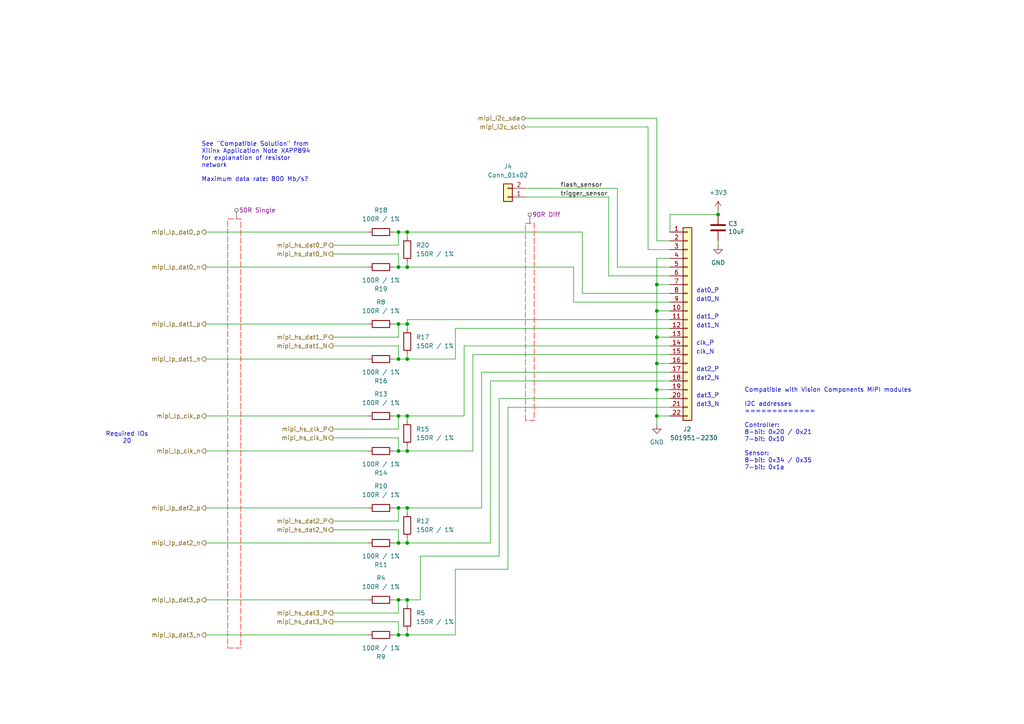
<source format=kicad_sch>
(kicad_sch (version 20250114) (generator "eeschema") (generator_version "9.0")
  (paper "A4")
  (title_block (title "MIPI Interface") (date "2025") (rev "1") (company "Konstantin Schauwecker"))
  (lib_symbols
    (symbol "Connector_Generic:Conn_01x02" (pin_names (offset 1.016) (hide yes))
      (property "Reference" "J" (at 0 2.54 0))
      (property "Value" "Conn_01x02" (at 0 -5.08 0))
      (symbol "Conn_01x02_1_1"
        (rectangle (start -1.27 1.27) (end 1.27 -3.81) (stroke (width 0.254)) (fill (type background)))
        (rectangle (start -1.27 0.127) (end 0 -0.127) (stroke (width 0.1524)))
        (rectangle (start -1.27 -2.413) (end 0 -2.667) (stroke (width 0.1524)))
        (pin passive line (at -5.08 0 0) (length 3.81) (name "Pin_1") (number "1"))
        (pin passive line (at -5.08 -2.54 0) (length 3.81) (name "Pin_2") (number "2"))
      )
    )
    (symbol "Connector_Generic:Conn_01x22" (pin_names (offset 1.016) (hide yes))
      (property "Reference" "J" (at 0 27.94 0))
      (property "Value" "Conn_01x22" (at 0 -30.48 0))
      (symbol "Conn_01x22_1_1"
        (rectangle (start -1.27 26.67) (end 1.27 -29.21) (stroke (width 0.254)) (fill (type background)))
        (rectangle (start -1.27 25.527) (end 0 25.273) (stroke (width 0.1524)))
        (rectangle (start -1.27 22.987) (end 0 22.733) (stroke (width 0.1524)))
        (rectangle (start -1.27 20.447) (end 0 20.193) (stroke (width 0.1524)))
        (rectangle (start -1.27 17.907) (end 0 17.653) (stroke (width 0.1524)))
        (rectangle (start -1.27 15.367) (end 0 15.113) (stroke (width 0.1524)))
        (rectangle (start -1.27 12.827) (end 0 12.573) (stroke (width 0.1524)))
        (rectangle (start -1.27 10.287) (end 0 10.033) (stroke (width 0.1524)))
        (rectangle (start -1.27 7.747) (end 0 7.493) (stroke (width 0.1524)))
        (rectangle (start -1.27 5.207) (end 0 4.953) (stroke (width 0.1524)))
        (rectangle (start -1.27 2.667) (end 0 2.413) (stroke (width 0.1524)))
        (rectangle (start -1.27 0.127) (end 0 -0.127) (stroke (width 0.1524)))
        (rectangle (start -1.27 -2.413) (end 0 -2.667) (stroke (width 0.1524)))
        (rectangle (start -1.27 -4.953) (end 0 -5.207) (stroke (width 0.1524)))
        (rectangle (start -1.27 -7.493) (end 0 -7.747) (stroke (width 0.1524)))
        (rectangle (start -1.27 -10.033) (end 0 -10.287) (stroke (width 0.1524)))
        (rectangle (start -1.27 -12.573) (end 0 -12.827) (stroke (width 0.1524)))
        (rectangle (start -1.27 -15.113) (end 0 -15.367) (stroke (width 0.1524)))
        (rectangle (start -1.27 -17.653) (end 0 -17.907) (stroke (width 0.1524)))
        (rectangle (start -1.27 -20.193) (end 0 -20.447) (stroke (width 0.1524)))
        (rectangle (start -1.27 -22.733) (end 0 -22.987) (stroke (width 0.1524)))
        (rectangle (start -1.27 -25.273) (end 0 -25.527) (stroke (width 0.1524)))
        (rectangle (start -1.27 -27.813) (end 0 -28.067) (stroke (width 0.1524)))
        (pin passive line (at -5.08 25.4 0) (length 3.81) (name "Pin_1") (number "1"))
        (pin passive line (at -5.08 22.86 0) (length 3.81) (name "Pin_2") (number "2"))
        (pin passive line (at -5.08 20.32 0) (length 3.81) (name "Pin_3") (number "3"))
        (pin passive line (at -5.08 17.78 0) (length 3.81) (name "Pin_4") (number "4"))
        (pin passive line (at -5.08 15.24 0) (length 3.81) (name "Pin_5") (number "5"))
        (pin passive line (at -5.08 12.7 0) (length 3.81) (name "Pin_6") (number "6"))
        (pin passive line (at -5.08 10.16 0) (length 3.81) (name "Pin_7") (number "7"))
        (pin passive line (at -5.08 7.62 0) (length 3.81) (name "Pin_8") (number "8"))
        (pin passive line (at -5.08 5.08 0) (length 3.81) (name "Pin_9") (number "9"))
        (pin passive line (at -5.08 2.54 0) (length 3.81) (name "Pin_10") (number "10"))
        (pin passive line (at -5.08 0 0) (length 3.81) (name "Pin_11") (number "11"))
        (pin passive line (at -5.08 -2.54 0) (length 3.81) (name "Pin_12") (number "12"))
        (pin passive line (at -5.08 -5.08 0) (length 3.81) (name "Pin_13") (number "13"))
        (pin passive line (at -5.08 -7.62 0) (length 3.81) (name "Pin_14") (number "14"))
        (pin passive line (at -5.08 -10.16 0) (length 3.81) (name "Pin_15") (number "15"))
        (pin passive line (at -5.08 -12.7 0) (length 3.81) (name "Pin_16") (number "16"))
        (pin passive line (at -5.08 -15.24 0) (length 3.81) (name "Pin_17") (number "17"))
        (pin passive line (at -5.08 -17.78 0) (length 3.81) (name "Pin_18") (number "18"))
        (pin passive line (at -5.08 -20.32 0) (length 3.81) (name "Pin_19") (number "19"))
        (pin passive line (at -5.08 -22.86 0) (length 3.81) (name "Pin_20") (number "20"))
        (pin passive line (at -5.08 -25.4 0) (length 3.81) (name "Pin_21") (number "21"))
        (pin passive line (at -5.08 -27.94 0) (length 3.81) (name "Pin_22") (number "22"))
      )
    )
    (symbol "Device:C" (pin_numbers (hide yes)) (pin_names (offset 0.254))
      (property "Reference" "C" (at 0.635 2.54 0))
      (property "Value" "C" (at 0.635 -2.54 0))
      (symbol "C_0_1"
        (polyline (pts (xy -2.032 0.762) (xy 2.032 0.762)) (stroke (width 0.508)))
        (polyline (pts (xy -2.032 -0.762) (xy 2.032 -0.762)) (stroke (width 0.508)))
      )
      (symbol "C_1_1"
        (pin passive line (at 0 3.81 270) (length 2.794) (name "~") (number "1"))
        (pin passive line (at 0 -3.81 90) (length 2.794) (name "~") (number "2"))
      )
    )
    (symbol "Device:R" (pin_numbers (hide yes)) (pin_names (offset 0))
      (property "Reference" "R" (at 2.032 0 90))
      (property "Value" "R" (at 0 0 90))
      (symbol "R_0_1"
        (rectangle (start -1.016 -2.54) (end 1.016 2.54) (stroke (width 0.254)))
      )
      (symbol "R_1_1"
        (pin passive line (at 0 3.81 270) (length 1.27) (name "~") (number "1"))
        (pin passive line (at 0 -3.81 90) (length 1.27) (name "~") (number "2"))
      )
    )
    (symbol "GND_1" (power) (pin_numbers (hide yes)) (pin_names (offset 0) (hide yes))
      (property "Value" "GND" (at 0 -3.81 0))
      (symbol "GND_1_0_1"
        (polyline (pts (xy 0 0) (xy 0 -1.27) (xy 1.27 -1.27) (xy 0 -2.54) (xy -1.27 -1.27) (xy 0 -1.27)))
      )
      (symbol "GND_1_1_1"
        (pin power_in line (at 0 0 270) (length 0) (name "~") (number "1"))
      )
    )
    (symbol "power:+3V3" (power) (pin_names (offset 0))
      (property "Value" "+3V3" (at 0 3.556 0))
      (symbol "+3V3_0_1"
        (polyline (pts (xy -0.762 1.27) (xy 0 2.54)))
        (polyline (pts (xy 0 2.54) (xy 0.762 1.27)))
        (polyline (pts (xy 0 0) (xy 0 2.54)))
      )
      (symbol "+3V3_1_1"
        (pin power_in line (at 0 0 90) (length 0) (hide yes) (name "+3V3") (number "1"))
      )
    )
  )
  (text "clk_N" (at 201.93 102.87 0) (effects (font (size 1.27 1.27)) (justify left bottom)))
  (text "dat2_P" (at 201.93 107.95 0) (effects (font (size 1.27 1.27)) (justify left bottom)))
  (text "dat0_P" (at 201.93 85.09 0) (effects (font (size 1.27 1.27)) (justify left bottom)))
  (text "dat3_P" (at 201.93 115.57 0) (effects (font (size 1.27 1.27)) (justify left bottom)))
  (text "dat1_P" (at 201.93 92.71 0) (effects (font (size 1.27 1.27)) (justify left bottom)))
  (text "Compatible with Vision Components MIPI modules\n\nI2C addresses\n=============\n\nController:\n8-bit: 0x20 / 0x21\n7-bit: 0x10\n\nSensor:\n8-bit: 0x34 / 0x35\n7-bit: 0x1a" (at 215.9 124.46 0) (effects (font (size 1.27 1.27)) (justify left)))
  (text "dat3_N" (at 201.93 118.11 0) (effects (font (size 1.27 1.27)) (justify left bottom)))
  (text "dat0_N" (at 201.93 87.63 0) (effects (font (size 1.27 1.27)) (justify left bottom)))
  (text "dat1_N" (at 201.93 95.25 0) (effects (font (size 1.27 1.27)) (justify left bottom)))
  (text "Required IOs\n20" (at 36.83 127 0) (effects (font (size 1.27 1.27))))
  (text "See \"Compatible Solution\" from\nXilinx Application Note XAPP894\nfor explanation of resistor\nnetwork\n\nMaximum data rate: 800 Mb/s?" (at 58.42 46.99 0) (effects (font (size 1.27 1.27)) (justify left)))
  (text "clk_P" (at 201.93 100.33 0) (effects (font (size 1.27 1.27)) (justify left bottom)))
  (text "dat2_N" (at 201.93 110.49 0) (effects (font (size 1.27 1.27)) (justify left bottom)))
  (junction (at 115.57 77.47))
  (junction (at 115.57 173.99))
  (junction (at 118.11 157.48))
  (junction (at 118.11 173.99))
  (junction (at 118.11 93.98))
  (junction (at 115.57 130.81))
  (junction (at 115.57 157.48))
  (junction (at 190.5 105.41))
  (junction (at 118.11 67.31))
  (junction (at 190.5 113.03))
  (junction (at 115.57 104.14))
  (junction (at 118.11 77.47))
  (junction (at 208.28 62.23))
  (junction (at 118.11 147.32))
  (junction (at 115.57 67.31))
  (junction (at 115.57 147.32))
  (junction (at 118.11 130.81))
  (junction (at 115.57 184.15))
  (junction (at 118.11 184.15))
  (junction (at 190.5 82.55))
  (junction (at 118.11 120.65))
  (junction (at 115.57 93.98))
  (junction (at 190.5 97.79))
  (junction (at 190.5 120.65))
  (junction (at 190.5 90.17))
  (junction (at 115.57 120.65))
  (junction (at 118.11 104.14))
  (wire (pts (xy 115.57 67.31) (xy 115.57 71.12)))
  (wire (pts (xy 132.08 104.14) (xy 118.11 104.14)))
  (wire (pts (xy 142.24 110.49) (xy 194.31 110.49)))
  (wire (pts (xy 147.32 118.11) (xy 147.32 165.1)))
  (wire (pts (xy 96.52 100.33) (xy 115.57 100.33)))
  (wire (pts (xy 166.37 87.63) (xy 166.37 77.47)))
  (wire (pts (xy 139.7 147.32) (xy 118.11 147.32)))
  (wire (pts (xy 96.52 124.46) (xy 115.57 124.46)))
  (wire (pts (xy 115.57 147.32) (xy 118.11 147.32)))
  (wire (pts (xy 96.52 177.8) (xy 115.57 177.8)))
  (wire (pts (xy 115.57 147.32) (xy 115.57 151.13)))
  (wire (pts (xy 187.96 72.39) (xy 194.31 72.39)))
  (wire (pts (xy 118.11 130.81) (xy 118.11 129.54)))
  (wire (pts (xy 96.52 127) (xy 115.57 127)))
  (wire (pts (xy 118.11 92.71) (xy 118.11 93.98)))
  (wire (pts (xy 96.52 180.34) (xy 115.57 180.34)))
  (wire (pts (xy 114.3 157.48) (xy 115.57 157.48)))
  (wire (pts (xy 142.24 110.49) (xy 142.24 157.48)))
  (wire (pts (xy 190.5 74.93) (xy 190.5 82.55)))
  (wire (pts (xy 208.28 69.85) (xy 208.28 71.12)))
  (wire (pts (xy 134.62 120.65) (xy 134.62 100.33)))
  (wire (pts (xy 59.69 157.48) (xy 106.68 157.48)))
  (wire (pts (xy 176.53 80.01) (xy 176.53 57.15)))
  (wire (pts (xy 96.52 153.67) (xy 115.57 153.67)))
  (wire (pts (xy 59.69 77.47) (xy 106.68 77.47)))
  (wire (pts (xy 115.57 104.14) (xy 118.11 104.14)))
  (wire (pts (xy 118.11 92.71) (xy 194.31 92.71)))
  (wire (pts (xy 208.28 62.23) (xy 208.28 60.96)))
  (wire (pts (xy 115.57 157.48) (xy 118.11 157.48)))
  (wire (pts (xy 194.31 120.65) (xy 190.5 120.65)))
  (wire (pts (xy 118.11 77.47) (xy 118.11 76.2)))
  (wire (pts (xy 118.11 104.14) (xy 118.11 102.87)))
  (wire (pts (xy 115.57 77.47) (xy 115.57 73.66)))
  (wire (pts (xy 147.32 118.11) (xy 194.31 118.11)))
  (wire (pts (xy 118.11 120.65) (xy 118.11 121.92)))
  (wire (pts (xy 115.57 104.14) (xy 115.57 100.33)))
  (wire (pts (xy 96.52 71.12) (xy 115.57 71.12)))
  (wire (pts (xy 59.69 130.81) (xy 106.68 130.81)))
  (wire (pts (xy 147.32 165.1) (xy 132.08 165.1)))
  (wire (pts (xy 137.16 102.87) (xy 194.31 102.87)))
  (wire (pts (xy 194.31 82.55) (xy 190.5 82.55)))
  (wire (pts (xy 194.31 113.03) (xy 190.5 113.03)))
  (wire (pts (xy 118.11 173.99) (xy 121.92 173.99)))
  (wire (pts (xy 134.62 100.33) (xy 194.31 100.33)))
  (wire (pts (xy 144.78 115.57) (xy 194.31 115.57)))
  (wire (pts (xy 114.3 67.31) (xy 115.57 67.31)))
  (wire (pts (xy 114.3 93.98) (xy 115.57 93.98)))
  (wire (pts (xy 114.3 130.81) (xy 115.57 130.81)))
  (wire (pts (xy 152.4 54.61) (xy 179.07 54.61)))
  (wire (pts (xy 59.69 120.65) (xy 106.68 120.65)))
  (wire (pts (xy 115.57 120.65) (xy 118.11 120.65)))
  (wire (pts (xy 114.3 147.32) (xy 115.57 147.32)))
  (wire (pts (xy 190.5 97.79) (xy 190.5 105.41)))
  (wire (pts (xy 190.5 69.85) (xy 194.31 69.85)))
  (wire (pts (xy 118.11 173.99) (xy 118.11 175.26)))
  (wire (pts (xy 115.57 120.65) (xy 115.57 124.46)))
  (wire (pts (xy 59.69 104.14) (xy 106.68 104.14)))
  (wire (pts (xy 59.69 184.15) (xy 106.68 184.15)))
  (wire (pts (xy 118.11 184.15) (xy 132.08 184.15)))
  (wire (pts (xy 144.78 161.29) (xy 144.78 115.57)))
  (wire (pts (xy 190.5 113.03) (xy 190.5 120.65)))
  (wire (pts (xy 118.11 184.15) (xy 118.11 182.88)))
  (wire (pts (xy 137.16 102.87) (xy 137.16 130.81)))
  (wire (pts (xy 115.57 184.15) (xy 118.11 184.15)))
  (wire (pts (xy 194.31 105.41) (xy 190.5 105.41)))
  (wire (pts (xy 115.57 77.47) (xy 118.11 77.47)))
  (wire (pts (xy 115.57 157.48) (xy 115.57 153.67)))
  (wire (pts (xy 190.5 90.17) (xy 190.5 97.79)))
  (wire (pts (xy 194.31 74.93) (xy 190.5 74.93)))
  (wire (pts (xy 115.57 67.31) (xy 118.11 67.31)))
  (wire (pts (xy 168.91 85.09) (xy 194.31 85.09)))
  (wire (pts (xy 208.28 62.23) (xy 194.31 62.23)))
  (wire (pts (xy 166.37 77.47) (xy 118.11 77.47)))
  (wire (pts (xy 168.91 67.31) (xy 118.11 67.31)))
  (wire (pts (xy 118.11 67.31) (xy 118.11 68.58)))
  (wire (pts (xy 115.57 184.15) (xy 115.57 180.34)))
  (wire (pts (xy 134.62 120.65) (xy 118.11 120.65)))
  (wire (pts (xy 115.57 93.98) (xy 118.11 93.98)))
  (wire (pts (xy 190.5 120.65) (xy 190.5 123.19)))
  (wire (pts (xy 132.08 95.25) (xy 132.08 104.14)))
  (wire (pts (xy 114.3 184.15) (xy 115.57 184.15)))
  (wire (pts (xy 115.57 130.81) (xy 118.11 130.81)))
  (wire (pts (xy 114.3 173.99) (xy 115.57 173.99)))
  (wire (pts (xy 96.52 97.79) (xy 115.57 97.79)))
  (wire (pts (xy 96.52 73.66) (xy 115.57 73.66)))
  (wire (pts (xy 139.7 107.95) (xy 139.7 147.32)))
  (wire (pts (xy 152.4 57.15) (xy 176.53 57.15)))
  (wire (pts (xy 114.3 120.65) (xy 115.57 120.65)))
  (wire (pts (xy 118.11 93.98) (xy 118.11 95.25)))
  (wire (pts (xy 152.4 36.83) (xy 187.96 36.83)))
  (wire (pts (xy 118.11 173.99) (xy 115.57 173.99)))
  (wire (pts (xy 59.69 173.99) (xy 106.68 173.99)))
  (wire (pts (xy 118.11 147.32) (xy 118.11 148.59)))
  (wire (pts (xy 114.3 104.14) (xy 115.57 104.14)))
  (wire (pts (xy 168.91 85.09) (xy 168.91 67.31)))
  (wire (pts (xy 59.69 147.32) (xy 106.68 147.32)))
  (wire (pts (xy 114.3 77.47) (xy 115.57 77.47)))
  (wire (pts (xy 187.96 36.83) (xy 187.96 72.39)))
  (wire (pts (xy 132.08 165.1) (xy 132.08 184.15)))
  (wire (pts (xy 132.08 95.25) (xy 194.31 95.25)))
  (wire (pts (xy 142.24 157.48) (xy 118.11 157.48)))
  (wire (pts (xy 139.7 107.95) (xy 194.31 107.95)))
  (wire (pts (xy 115.57 130.81) (xy 115.57 127)))
  (wire (pts (xy 152.4 34.29) (xy 190.5 34.29)))
  (wire (pts (xy 190.5 105.41) (xy 190.5 113.03)))
  (wire (pts (xy 194.31 90.17) (xy 190.5 90.17)))
  (wire (pts (xy 96.52 151.13) (xy 115.57 151.13)))
  (wire (pts (xy 121.92 161.29) (xy 121.92 173.99)))
  (wire (pts (xy 179.07 77.47) (xy 179.07 54.61)))
  (wire (pts (xy 190.5 82.55) (xy 190.5 90.17)))
  (wire (pts (xy 190.5 34.29) (xy 190.5 69.85)))
  (wire (pts (xy 144.78 161.29) (xy 121.92 161.29)))
  (wire (pts (xy 194.31 97.79) (xy 190.5 97.79)))
  (wire (pts (xy 59.69 93.98) (xy 106.68 93.98)))
  (wire (pts (xy 194.31 62.23) (xy 194.31 67.31)))
  (wire (pts (xy 166.37 87.63) (xy 194.31 87.63)))
  (wire (pts (xy 115.57 173.99) (xy 115.57 177.8)))
  (wire (pts (xy 59.69 67.31) (xy 106.68 67.31)))
  (wire (pts (xy 179.07 77.47) (xy 194.31 77.47)))
  (wire (pts (xy 137.16 130.81) (xy 118.11 130.81)))
  (wire (pts (xy 118.11 157.48) (xy 118.11 156.21)))
  (wire (pts (xy 115.57 93.98) (xy 115.57 97.79)))
  (wire (pts (xy 194.31 80.01) (xy 176.53 80.01)))
  (label "flash_sensor" (at 162.56 54.61 0))
  (label "trigger_sensor" (at 162.56 57.15 0))
  (hierarchical_label "mipi_lp_dat0_p" (shape output) (at 59.69 67.31 180))
  (hierarchical_label "mipi_hs_clk_N" (shape output) (at 96.52 127 180))
  (hierarchical_label "mipi_lp_dat2_n" (shape output) (at 59.69 157.48 180))
  (hierarchical_label "mipi_hs_dat0_N" (shape output) (at 96.52 73.66 180))
  (hierarchical_label "mipi_hs_dat3_N" (shape output) (at 96.52 180.34 180))
  (hierarchical_label "mipi_hs_dat2_N" (shape output) (at 96.52 153.67 180))
  (hierarchical_label "mipi_hs_dat1_P" (shape output) (at 96.52 97.79 180))
  (hierarchical_label "mipi_lp_dat0_n" (shape output) (at 59.69 77.47 180))
  (hierarchical_label "mipi_hs_dat2_P" (shape output) (at 96.52 151.13 180))
  (hierarchical_label "mipi_lp_clk_n" (shape output) (at 59.69 130.81 180))
  (hierarchical_label "mipi_lp_dat2_p" (shape output) (at 59.69 147.32 180))
  (hierarchical_label "mipi_hs_dat0_P" (shape output) (at 96.52 71.12 180))
  (hierarchical_label "mipi_lp_dat1_p" (shape output) (at 59.69 93.98 180))
  (hierarchical_label "mipi_hs_dat1_N" (shape output) (at 96.52 100.33 180))
  (hierarchical_label "mipi_lp_dat3_n" (shape output) (at 59.69 184.15 180))
  (hierarchical_label "mipi_i2c_sda" (shape bidirectional) (at 152.4 34.29 180))
  (hierarchical_label "mipi_hs_clk_P" (shape output) (at 96.52 124.46 180))
  (hierarchical_label "mipi_lp_dat3_p" (shape output) (at 59.69 173.99 180))
  (hierarchical_label "mipi_i2c_scl" (shape bidirectional) (at 152.4 36.83 180))
  (hierarchical_label "mipi_lp_dat1_n" (shape output) (at 59.69 104.14 180))
  (hierarchical_label "mipi_lp_clk_p" (shape output) (at 59.69 120.65 180))
  (hierarchical_label "mipi_hs_dat3_P" (shape output) (at 96.52 177.8 180))
  (rule_area (polyline (pts (xy 66.04 187.96) (xy 69.85 187.96) (xy 69.85 63.5) (xy 66.04 63.5)) (stroke (width 0) (type dash))))
  (rule_area (polyline (pts (xy 152.4 121.92) (xy 152.4 64.77) (xy 154.94 64.77) (xy 154.94 121.92)) (stroke (width 0) (type dash))))
  (netclass_flag "" (length 2.54) (shape round) (at 68.58 63.5 0) (property "Netclass" "50R Single" (at 69.2785 60.96 0) (effects (justify left))))
  (netclass_flag "" (length 2.54) (shape round) (at 153.67 64.77 0) (property "Netclass" "90R Diff" (at 154.3685 62.23 0) (effects (justify left))))
  (symbol (lib_id "power:+3V3") (at 208.28 60.96 0) (unit 1)
    (property "Reference" "#PWR3" (effects (hide yes)))
    (property "Value" "+3V3" (at 208.28 55.88 0))
    (property "Description" "Power symbol creates a global label with name \"+3V3\"" (effects (hide yes)))
  )
  (symbol (lib_id "Device:R") (at 118.11 179.07 180) (unit 1)
    (property "Reference" "R5" (at 120.65 177.7999 0) (effects (justify right)))
    (property "Value" "150R / 1%" (at 120.65 180.3399 0) (effects (justify right)))
    (property "Footprint" "Resistor_SMD:R_0402_1005Metric" (effects (hide yes)))
    (property "Description" "Resistor" (effects (hide yes)))
    (property "MFG" "Yageo" (effects (hide yes)))
    (property "MPN" " RC0402FR-7D150RL" (effects (hide yes)))
    (property "Supplier Link" "https://www.mouser.de/ProductDetail/YAGEO/RC0402FR-7D150RL?qs=sGAEpiMZZMtlubZbdhIBIAA5Rg%252BBqQHDXGXKYF%252BGXxw%3D" (effects (hide yes)))
  )
  (symbol (lib_id "Device:R") (at 110.49 157.48 270) (mirror x) (unit 1)
    (property "Reference" "R11" (at 110.49 163.83 90))
    (property "Value" "100R / 1%" (at 110.49 161.29 90))
    (property "Footprint" "Resistor_SMD:R_0402_1005Metric" (effects (hide yes)))
    (property "Description" "Resistor" (effects (hide yes)))
    (property "MFG" "Yageo" (effects (hide yes)))
    (property "MPN" "RC0402FR-7D100RL" (effects (hide yes)))
    (property "Supplier Link" "https://www.mouser.de/ProductDetail/YAGEO/RC0402FR-7D100RL?qs=sGAEpiMZZMtlubZbdhIBIIzXXd8RXMQ1lVHe2ThjM3w%3D" (effects (hide yes)))
  )
  (symbol (lib_name "GND_1") (lib_id "power:GND") (at 190.5 123.19 0) (unit 1)
    (property "Reference" "#PWR10" (effects (hide yes)))
    (property "Value" "GND" (at 190.5 128.27 0))
    (property "Description" "Power symbol creates a global label with name \"GND\" , ground" (effects (hide yes)))
  )
  (symbol (lib_id "Device:R") (at 110.49 147.32 90) (unit 1)
    (property "Reference" "R10" (at 110.49 140.97 90))
    (property "Value" "100R / 1%" (at 110.49 143.51 90))
    (property "Footprint" "Resistor_SMD:R_0402_1005Metric" (effects (hide yes)))
    (property "Description" "Resistor" (effects (hide yes)))
    (property "MFG" "Yageo" (effects (hide yes)))
    (property "MPN" "RC0402FR-7D100RL" (effects (hide yes)))
    (property "Supplier Link" "https://www.mouser.de/ProductDetail/YAGEO/RC0402FR-7D100RL?qs=sGAEpiMZZMtlubZbdhIBIIzXXd8RXMQ1lVHe2ThjM3w%3D" (effects (hide yes)))
  )
  (symbol (lib_id "Device:R") (at 118.11 125.73 180) (unit 1)
    (property "Reference" "R15" (at 120.65 124.4599 0) (effects (justify right)))
    (property "Value" "150R / 1%" (at 120.65 126.9999 0) (effects (justify right)))
    (property "Footprint" "Resistor_SMD:R_0402_1005Metric" (effects (hide yes)))
    (property "Description" "Resistor" (effects (hide yes)))
    (property "MFG" "Yageo" (effects (hide yes)))
    (property "MPN" " RC0402FR-7D150RL" (effects (hide yes)))
    (property "Supplier Link" "https://www.mouser.de/ProductDetail/YAGEO/RC0402FR-7D150RL?qs=sGAEpiMZZMtlubZbdhIBIAA5Rg%252BBqQHDXGXKYF%252BGXxw%3D" (effects (hide yes)))
  )
  (symbol (lib_id "Device:R") (at 110.49 67.31 90) (unit 1)
    (property "Reference" "R18" (at 110.49 60.96 90))
    (property "Value" "100R / 1%" (at 110.49 63.5 90))
    (property "Footprint" "Resistor_SMD:R_0402_1005Metric" (effects (hide yes)))
    (property "Description" "Resistor" (effects (hide yes)))
    (property "MFG" "Yageo" (effects (hide yes)))
    (property "MPN" "RC0402FR-7D100RL" (effects (hide yes)))
    (property "Supplier Link" "https://www.mouser.de/ProductDetail/YAGEO/RC0402FR-7D100RL?qs=sGAEpiMZZMtlubZbdhIBIIzXXd8RXMQ1lVHe2ThjM3w%3D" (effects (hide yes)))
  )
  (symbol (lib_id "Device:R") (at 110.49 77.47 270) (mirror x) (unit 1)
    (property "Reference" "R19" (at 110.49 83.82 90))
    (property "Value" "100R / 1%" (at 110.49 81.28 90))
    (property "Footprint" "Resistor_SMD:R_0402_1005Metric" (effects (hide yes)))
    (property "Description" "Resistor" (effects (hide yes)))
    (property "MFG" "Yageo" (effects (hide yes)))
    (property "MPN" "RC0402FR-7D100RL" (effects (hide yes)))
    (property "Supplier Link" "https://www.mouser.de/ProductDetail/YAGEO/RC0402FR-7D100RL?qs=sGAEpiMZZMtlubZbdhIBIIzXXd8RXMQ1lVHe2ThjM3w%3D" (effects (hide yes)))
  )
  (symbol (lib_id "Device:R") (at 118.11 99.06 180) (unit 1)
    (property "Reference" "R17" (at 120.65 97.7899 0) (effects (justify right)))
    (property "Value" "150R / 1%" (at 120.65 100.3299 0) (effects (justify right)))
    (property "Footprint" "Resistor_SMD:R_0402_1005Metric" (effects (hide yes)))
    (property "Description" "Resistor" (effects (hide yes)))
    (property "MFG" "Yageo" (effects (hide yes)))
    (property "MPN" " RC0402FR-7D150RL" (effects (hide yes)))
    (property "Supplier Link" "https://www.mouser.de/ProductDetail/YAGEO/RC0402FR-7D150RL?qs=sGAEpiMZZMtlubZbdhIBIAA5Rg%252BBqQHDXGXKYF%252BGXxw%3D" (effects (hide yes)))
  )
  (symbol (lib_id "Device:R") (at 118.11 152.4 180) (unit 1)
    (property "Reference" "R12" (at 120.65 151.1299 0) (effects (justify right)))
    (property "Value" "150R / 1%" (at 120.65 153.6699 0) (effects (justify right)))
    (property "Footprint" "Resistor_SMD:R_0402_1005Metric" (effects (hide yes)))
    (property "Description" "Resistor" (effects (hide yes)))
    (property "MFG" "Yageo" (effects (hide yes)))
    (property "MPN" " RC0402FR-7D150RL" (effects (hide yes)))
    (property "Supplier Link" "https://www.mouser.de/ProductDetail/YAGEO/RC0402FR-7D150RL?qs=sGAEpiMZZMtlubZbdhIBIAA5Rg%252BBqQHDXGXKYF%252BGXxw%3D" (effects (hide yes)))
  )
  (symbol (lib_id "Device:C") (at 208.28 66.04 0) (unit 1)
    (property "Reference" "C3" (at 211.201 64.8716 0) (effects (justify left)))
    (property "Value" "10uF" (at 211.201 67.183 0) (effects (justify left)))
    (property "Footprint" "Capacitor_SMD:C_0603_1608Metric" (effects (hide yes)))
    (property "Description" "Unpolarized capacitor" (effects (hide yes)))
    (property "MPN" "MSAST168BB5106MTNA01 " (effects (hide yes)))
    (property "Supplier Link" "https://www.mouser.de/ProductDetail/TAIYO-YUDEN/MSAST168BB5106MTNA01?qs=tlsG%2FOw5FFiY5MKT99fx9A%3D%3D" (effects (hide yes)))
    (property "MFG" "TAIYO YUDEN" (effects (hide yes)))
  )
  (symbol (lib_id "Device:R") (at 110.49 184.15 270) (mirror x) (unit 1)
    (property "Reference" "R9" (at 110.49 190.5 90))
    (property "Value" "100R / 1%" (at 110.49 187.96 90))
    (property "Footprint" "Resistor_SMD:R_0402_1005Metric" (effects (hide yes)))
    (property "Description" "Resistor" (effects (hide yes)))
    (property "MFG" "Yageo" (effects (hide yes)))
    (property "MPN" "RC0402FR-7D100RL" (effects (hide yes)))
    (property "Supplier Link" "https://www.mouser.de/ProductDetail/YAGEO/RC0402FR-7D100RL?qs=sGAEpiMZZMtlubZbdhIBIIzXXd8RXMQ1lVHe2ThjM3w%3D" (effects (hide yes)))
  )
  (symbol (lib_id "Device:R") (at 110.49 173.99 90) (unit 1)
    (property "Reference" "R4" (at 110.49 167.64 90))
    (property "Value" "100R / 1%" (at 110.49 170.18 90))
    (property "Footprint" "Resistor_SMD:R_0402_1005Metric" (effects (hide yes)))
    (property "Description" "Resistor" (effects (hide yes)))
    (property "MFG" "Yageo" (effects (hide yes)))
    (property "MPN" "RC0402FR-7D100RL" (effects (hide yes)))
    (property "Supplier Link" "https://www.mouser.de/ProductDetail/YAGEO/RC0402FR-7D100RL?qs=sGAEpiMZZMtlubZbdhIBIIzXXd8RXMQ1lVHe2ThjM3w%3D" (effects (hide yes)))
  )
  (symbol (lib_name "GND_1") (lib_id "power:GND") (at 208.28 71.12 0) (unit 1)
    (property "Reference" "#PWR13" (effects (hide yes)))
    (property "Value" "GND" (at 208.28 76.2 0))
    (property "Description" "Power symbol creates a global label with name \"GND\" , ground" (effects (hide yes)))
  )
  (symbol (lib_id "Device:R") (at 110.49 93.98 90) (unit 1)
    (property "Reference" "R8" (at 110.49 87.63 90))
    (property "Value" "100R / 1%" (at 110.49 90.17 90))
    (property "Footprint" "Resistor_SMD:R_0402_1005Metric" (effects (hide yes)))
    (property "Description" "Resistor" (effects (hide yes)))
    (property "MFG" "Yageo" (effects (hide yes)))
    (property "MPN" "RC0402FR-7D100RL" (effects (hide yes)))
    (property "Supplier Link" "https://www.mouser.de/ProductDetail/YAGEO/RC0402FR-7D100RL?qs=sGAEpiMZZMtlubZbdhIBIIzXXd8RXMQ1lVHe2ThjM3w%3D" (effects (hide yes)))
  )
  (symbol (lib_id "Device:R") (at 110.49 104.14 270) (mirror x) (unit 1)
    (property "Reference" "R16" (at 110.49 110.49 90))
    (property "Value" "100R / 1%" (at 110.49 107.95 90))
    (property "Footprint" "Resistor_SMD:R_0402_1005Metric" (effects (hide yes)))
    (property "Description" "Resistor" (effects (hide yes)))
    (property "MFG" "Yageo" (effects (hide yes)))
    (property "MPN" "RC0402FR-7D100RL" (effects (hide yes)))
    (property "Supplier Link" "https://www.mouser.de/ProductDetail/YAGEO/RC0402FR-7D100RL?qs=sGAEpiMZZMtlubZbdhIBIIzXXd8RXMQ1lVHe2ThjM3w%3D" (effects (hide yes)))
  )
  (symbol (lib_id "Connector_Generic:Conn_01x22") (at 199.39 92.71 0) (unit 1)
    (property "Reference" "J2" (at 198.12 124.46 0) (effects (justify left)))
    (property "Value" "501951-2230" (at 194.31 127 0) (effects (justify left)))
    (property "Footprint" "footprints:connector-molex-505110-2291" (effects (hide yes)))
    (property "Description" "Generic connector, single row, 01x22, script generated (kicad-library-utils/schlib/autogen/connector/)" (effects (hide yes)))
    (property "MFG" "Molex" (effects (hide yes)))
    (property "MPN" " 505110-2291" (effects (hide yes)))
    (property "Supplier Link" "https://www.mouser.de/ProductDetail/Molex/505110-2291?qs=fSIr1QPo%2F%2FR7YZ33K34k0A%3D%3D" (effects (hide yes)))
  )
  (symbol (lib_id "Device:R") (at 118.11 72.39 180) (unit 1)
    (property "Reference" "R20" (at 120.65 71.1199 0) (effects (justify right)))
    (property "Value" "150R / 1%" (at 120.65 73.6599 0) (effects (justify right)))
    (property "Footprint" "Resistor_SMD:R_0402_1005Metric" (effects (hide yes)))
    (property "Description" "Resistor" (effects (hide yes)))
    (property "MFG" "Yageo" (effects (hide yes)))
    (property "MPN" " RC0402FR-7D150RL" (effects (hide yes)))
    (property "Supplier Link" "https://www.mouser.de/ProductDetail/YAGEO/RC0402FR-7D150RL?qs=sGAEpiMZZMtlubZbdhIBIAA5Rg%252BBqQHDXGXKYF%252BGXxw%3D" (effects (hide yes)))
  )
  (symbol (lib_id "Device:R") (at 110.49 130.81 270) (mirror x) (unit 1)
    (property "Reference" "R14" (at 110.49 137.16 90))
    (property "Value" "100R / 1%" (at 110.49 134.62 90))
    (property "Footprint" "Resistor_SMD:R_0402_1005Metric" (effects (hide yes)))
    (property "Description" "Resistor" (effects (hide yes)))
    (property "MFG" "Yageo" (effects (hide yes)))
    (property "MPN" "RC0402FR-7D100RL" (effects (hide yes)))
    (property "Supplier Link" "https://www.mouser.de/ProductDetail/YAGEO/RC0402FR-7D100RL?qs=sGAEpiMZZMtlubZbdhIBIIzXXd8RXMQ1lVHe2ThjM3w%3D" (effects (hide yes)))
  )
  (symbol (lib_id "Device:R") (at 110.49 120.65 90) (unit 1)
    (property "Reference" "R13" (at 110.49 114.3 90))
    (property "Value" "100R / 1%" (at 110.49 116.84 90))
    (property "Footprint" "Resistor_SMD:R_0402_1005Metric" (effects (hide yes)))
    (property "Description" "Resistor" (effects (hide yes)))
    (property "MFG" "Yageo" (effects (hide yes)))
    (property "MPN" "RC0402FR-7D100RL" (effects (hide yes)))
    (property "Supplier Link" "https://www.mouser.de/ProductDetail/YAGEO/RC0402FR-7D100RL?qs=sGAEpiMZZMtlubZbdhIBIIzXXd8RXMQ1lVHe2ThjM3w%3D" (effects (hide yes)))
  )
  (symbol (lib_id "Connector_Generic:Conn_01x02") (at 147.32 57.15 180) (unit 1) (in_bom no)
    (property "Reference" "J4" (at 147.32 48.26 0))
    (property "Value" "Conn_01x02" (at 147.32 50.8 0))
    (property "Footprint" "Connector_PinHeader_2.54mm:PinHeader_1x02_P2.54mm_Vertical" (effects (hide yes)))
    (property "Description" "Generic connector, single row, 01x02, script generated (kicad-library-utils/schlib/autogen/connector/)" (effects (hide yes)))
  )
)
</source>
